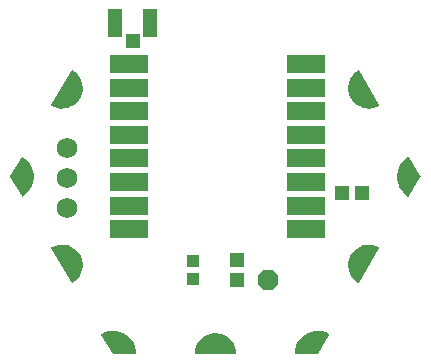
<source format=gbr>
G04 EAGLE Gerber RS-274X export*
G75*
%MOMM*%
%FSLAX34Y34*%
%LPD*%
%INSoldermask Top*%
%IPPOS*%
%AMOC8*
5,1,8,0,0,1.08239X$1,22.5*%
G01*
%ADD10R,1.003200X1.003200*%
%ADD11P,1.869504X8X112.500000*%
%ADD12R,1.203200X1.303200*%
%ADD13C,1.727200*%
%ADD14C,1.203200*%
%ADD15R,3.203200X1.603200*%
%ADD16R,1.253200X2.403200*%
%ADD17R,1.253200X1.253200*%

G36*
X17029Y319D02*
X17029Y319D01*
X17058Y317D01*
X17125Y339D01*
X17195Y353D01*
X17219Y369D01*
X17247Y378D01*
X17300Y425D01*
X17359Y465D01*
X17375Y490D01*
X17397Y509D01*
X17428Y573D01*
X17466Y633D01*
X17471Y662D01*
X17483Y688D01*
X17492Y787D01*
X17499Y829D01*
X17496Y840D01*
X17498Y854D01*
X17266Y3652D01*
X17256Y3685D01*
X17252Y3733D01*
X16563Y6455D01*
X16548Y6486D01*
X16536Y6533D01*
X15408Y9104D01*
X15388Y9132D01*
X15369Y9177D01*
X13833Y11527D01*
X13809Y11552D01*
X13783Y11592D01*
X11881Y13658D01*
X11853Y13678D01*
X11820Y13714D01*
X9605Y15438D01*
X9574Y15454D01*
X9536Y15483D01*
X7066Y16820D01*
X7033Y16830D01*
X6991Y16853D01*
X5805Y17260D01*
X4351Y17759D01*
X4335Y17765D01*
X4301Y17769D01*
X4255Y17785D01*
X1486Y18247D01*
X1451Y18246D01*
X1404Y18254D01*
X-1404Y18254D01*
X-1438Y18247D01*
X-1486Y18247D01*
X-4255Y17785D01*
X-4288Y17772D01*
X-4335Y17765D01*
X-6991Y16853D01*
X-7021Y16835D01*
X-7066Y16820D01*
X-9536Y15483D01*
X-9562Y15461D01*
X-9605Y15438D01*
X-11820Y13714D01*
X-11843Y13687D01*
X-11881Y13658D01*
X-13783Y11592D01*
X-13801Y11563D01*
X-13833Y11527D01*
X-15369Y9177D01*
X-15382Y9144D01*
X-15408Y9104D01*
X-16536Y6533D01*
X-16543Y6499D01*
X-16546Y6493D01*
X-16552Y6484D01*
X-16553Y6478D01*
X-16563Y6455D01*
X-17252Y3733D01*
X-17254Y3698D01*
X-17266Y3652D01*
X-17498Y854D01*
X-17494Y825D01*
X-17499Y796D01*
X-17483Y727D01*
X-17474Y656D01*
X-17460Y631D01*
X-17453Y603D01*
X-17411Y545D01*
X-17376Y484D01*
X-17352Y466D01*
X-17335Y442D01*
X-17274Y406D01*
X-17217Y363D01*
X-17189Y356D01*
X-17164Y341D01*
X-17066Y324D01*
X-17025Y314D01*
X-17014Y316D01*
X-17000Y313D01*
X17000Y313D01*
X17029Y319D01*
G37*
G36*
X-121393Y60622D02*
X-121393Y60622D01*
X-121322Y60619D01*
X-121295Y60630D01*
X-121266Y60632D01*
X-121176Y60674D01*
X-121136Y60689D01*
X-121128Y60697D01*
X-121115Y60702D01*
X-118812Y62302D01*
X-118788Y62327D01*
X-118748Y62354D01*
X-116739Y64311D01*
X-116720Y64340D01*
X-116685Y64374D01*
X-115026Y66634D01*
X-115011Y66666D01*
X-114982Y66705D01*
X-113718Y69208D01*
X-113709Y69241D01*
X-113687Y69284D01*
X-112851Y71961D01*
X-112848Y71996D01*
X-112833Y72042D01*
X-112450Y74820D01*
X-112452Y74855D01*
X-112446Y74902D01*
X-112525Y77706D01*
X-112533Y77740D01*
X-112534Y77788D01*
X-113073Y80540D01*
X-113087Y80572D01*
X-113096Y80619D01*
X-114081Y83245D01*
X-114096Y83270D01*
X-114101Y83289D01*
X-114109Y83300D01*
X-114116Y83319D01*
X-115520Y85747D01*
X-115543Y85773D01*
X-115567Y85815D01*
X-117351Y87979D01*
X-117378Y88000D01*
X-117409Y88038D01*
X-119525Y89878D01*
X-119555Y89895D01*
X-119591Y89927D01*
X-121982Y91394D01*
X-122014Y91406D01*
X-122055Y91431D01*
X-124654Y92485D01*
X-124688Y92491D01*
X-124733Y92509D01*
X-127470Y93121D01*
X-127505Y93122D01*
X-127552Y93132D01*
X-130352Y93285D01*
X-130386Y93280D01*
X-130434Y93283D01*
X-133222Y92972D01*
X-133255Y92962D01*
X-133303Y92956D01*
X-136001Y92191D01*
X-136031Y92176D01*
X-136078Y92162D01*
X-138613Y90964D01*
X-138637Y90946D01*
X-138664Y90936D01*
X-138716Y90887D01*
X-138773Y90845D01*
X-138787Y90820D01*
X-138809Y90800D01*
X-138837Y90734D01*
X-138873Y90673D01*
X-138876Y90644D01*
X-138888Y90617D01*
X-138889Y90546D01*
X-138898Y90476D01*
X-138890Y90448D01*
X-138890Y90418D01*
X-138856Y90326D01*
X-138844Y90284D01*
X-138837Y90276D01*
X-138832Y90263D01*
X-121832Y60863D01*
X-121813Y60841D01*
X-121800Y60814D01*
X-121747Y60767D01*
X-121700Y60714D01*
X-121674Y60701D01*
X-121652Y60682D01*
X-121585Y60659D01*
X-121521Y60628D01*
X-121492Y60627D01*
X-121464Y60617D01*
X-121393Y60622D01*
G37*
G36*
X130386Y208345D02*
X130386Y208345D01*
X130434Y208343D01*
X133222Y208653D01*
X133255Y208663D01*
X133303Y208669D01*
X136001Y209434D01*
X136031Y209450D01*
X136078Y209463D01*
X138613Y210661D01*
X138637Y210679D01*
X138664Y210689D01*
X138716Y210738D01*
X138773Y210780D01*
X138787Y210805D01*
X138809Y210825D01*
X138837Y210891D01*
X138873Y210952D01*
X138876Y210981D01*
X138888Y211008D01*
X138889Y211079D01*
X138898Y211149D01*
X138890Y211177D01*
X138890Y211207D01*
X138856Y211299D01*
X138844Y211341D01*
X138837Y211350D01*
X138832Y211362D01*
X121832Y240762D01*
X121813Y240784D01*
X121800Y240811D01*
X121747Y240858D01*
X121700Y240911D01*
X121674Y240924D01*
X121652Y240943D01*
X121585Y240966D01*
X121521Y240997D01*
X121492Y240998D01*
X121464Y241008D01*
X121393Y241003D01*
X121322Y241006D01*
X121295Y240995D01*
X121266Y240993D01*
X121176Y240951D01*
X121136Y240936D01*
X121128Y240929D01*
X121115Y240923D01*
X118812Y239323D01*
X118788Y239298D01*
X118748Y239271D01*
X116739Y237314D01*
X116720Y237285D01*
X116685Y237251D01*
X115026Y234991D01*
X115011Y234959D01*
X114982Y234920D01*
X113718Y232417D01*
X113709Y232384D01*
X113687Y232341D01*
X112851Y229664D01*
X112848Y229629D01*
X112833Y229583D01*
X112450Y226805D01*
X112452Y226770D01*
X112446Y226723D01*
X112525Y223919D01*
X112533Y223885D01*
X112534Y223837D01*
X113073Y221085D01*
X113087Y221053D01*
X113096Y221006D01*
X114081Y218380D01*
X114099Y218351D01*
X114116Y218306D01*
X115520Y215878D01*
X115543Y215852D01*
X115567Y215810D01*
X117351Y213646D01*
X117378Y213625D01*
X117409Y213587D01*
X119525Y211747D01*
X119555Y211730D01*
X119591Y211698D01*
X121982Y210231D01*
X122014Y210219D01*
X122055Y210194D01*
X124654Y209140D01*
X124688Y209134D01*
X124733Y209116D01*
X127470Y208504D01*
X127505Y208503D01*
X127552Y208493D01*
X130352Y208340D01*
X130386Y208345D01*
G37*
G36*
X121426Y60623D02*
X121426Y60623D01*
X121497Y60623D01*
X121524Y60634D01*
X121553Y60637D01*
X121615Y60672D01*
X121680Y60699D01*
X121701Y60720D01*
X121726Y60734D01*
X121789Y60811D01*
X121819Y60841D01*
X121823Y60852D01*
X121832Y60863D01*
X138832Y90263D01*
X138841Y90290D01*
X138858Y90314D01*
X138873Y90384D01*
X138895Y90451D01*
X138893Y90480D01*
X138899Y90509D01*
X138886Y90579D01*
X138880Y90649D01*
X138867Y90675D01*
X138861Y90704D01*
X138821Y90763D01*
X138789Y90826D01*
X138766Y90845D01*
X138750Y90869D01*
X138668Y90926D01*
X138635Y90953D01*
X138625Y90956D01*
X138613Y90964D01*
X136078Y92162D01*
X136044Y92171D01*
X136001Y92191D01*
X133303Y92956D01*
X133268Y92959D01*
X133222Y92972D01*
X130434Y93283D01*
X130400Y93279D01*
X130352Y93285D01*
X127552Y93132D01*
X127518Y93123D01*
X127470Y93121D01*
X124733Y92509D01*
X124701Y92495D01*
X124654Y92485D01*
X122055Y91431D01*
X122026Y91412D01*
X121982Y91394D01*
X119591Y89927D01*
X119566Y89903D01*
X119525Y89878D01*
X117409Y88038D01*
X117388Y88010D01*
X117351Y87979D01*
X115567Y85815D01*
X115551Y85784D01*
X115520Y85747D01*
X114116Y83319D01*
X114105Y83287D01*
X114098Y83274D01*
X114088Y83259D01*
X114088Y83257D01*
X114081Y83245D01*
X113096Y80619D01*
X113090Y80585D01*
X113073Y80540D01*
X112534Y77788D01*
X112534Y77753D01*
X112525Y77706D01*
X112446Y74902D01*
X112452Y74868D01*
X112450Y74820D01*
X112833Y72042D01*
X112845Y72009D01*
X112851Y71961D01*
X113687Y69284D01*
X113704Y69254D01*
X113718Y69208D01*
X114982Y66705D01*
X115004Y66677D01*
X115026Y66634D01*
X116685Y64374D01*
X116711Y64350D01*
X116739Y64311D01*
X118748Y62354D01*
X118777Y62336D01*
X118812Y62302D01*
X121115Y60702D01*
X121142Y60691D01*
X121165Y60672D01*
X121233Y60652D01*
X121298Y60624D01*
X121327Y60624D01*
X121355Y60615D01*
X121426Y60623D01*
G37*
G36*
X-127552Y208493D02*
X-127552Y208493D01*
X-127518Y208502D01*
X-127470Y208504D01*
X-124733Y209116D01*
X-124701Y209130D01*
X-124654Y209140D01*
X-122055Y210194D01*
X-122026Y210213D01*
X-121982Y210231D01*
X-119591Y211698D01*
X-119566Y211722D01*
X-119525Y211747D01*
X-117409Y213587D01*
X-117388Y213615D01*
X-117351Y213646D01*
X-115567Y215810D01*
X-115551Y215841D01*
X-115520Y215878D01*
X-114116Y218306D01*
X-114105Y218338D01*
X-114081Y218380D01*
X-113096Y221006D01*
X-113090Y221040D01*
X-113073Y221085D01*
X-112534Y223837D01*
X-112534Y223872D01*
X-112525Y223919D01*
X-112446Y226723D01*
X-112452Y226757D01*
X-112450Y226805D01*
X-112833Y229583D01*
X-112845Y229616D01*
X-112851Y229664D01*
X-113687Y232341D01*
X-113704Y232371D01*
X-113718Y232417D01*
X-114982Y234920D01*
X-115004Y234948D01*
X-115026Y234991D01*
X-116685Y237251D01*
X-116711Y237275D01*
X-116739Y237314D01*
X-118748Y239271D01*
X-118777Y239289D01*
X-118812Y239323D01*
X-121115Y240923D01*
X-121142Y240934D01*
X-121165Y240953D01*
X-121233Y240973D01*
X-121298Y241001D01*
X-121327Y241001D01*
X-121355Y241010D01*
X-121426Y241002D01*
X-121497Y241002D01*
X-121524Y240991D01*
X-121553Y240988D01*
X-121615Y240953D01*
X-121680Y240926D01*
X-121701Y240905D01*
X-121726Y240891D01*
X-121789Y240814D01*
X-121819Y240784D01*
X-121823Y240773D01*
X-121832Y240762D01*
X-138832Y211362D01*
X-138841Y211335D01*
X-138858Y211311D01*
X-138873Y211241D01*
X-138895Y211174D01*
X-138893Y211145D01*
X-138899Y211116D01*
X-138886Y211046D01*
X-138880Y210976D01*
X-138867Y210950D01*
X-138861Y210921D01*
X-138821Y210862D01*
X-138789Y210799D01*
X-138766Y210780D01*
X-138750Y210756D01*
X-138668Y210699D01*
X-138635Y210672D01*
X-138625Y210669D01*
X-138613Y210661D01*
X-136078Y209463D01*
X-136044Y209454D01*
X-136001Y209434D01*
X-133303Y208669D01*
X-133268Y208666D01*
X-133222Y208653D01*
X-130434Y208343D01*
X-130400Y208346D01*
X-130352Y208340D01*
X-127552Y208493D01*
G37*
G36*
X163727Y133823D02*
X163727Y133823D01*
X163798Y133823D01*
X163825Y133834D01*
X163854Y133837D01*
X163916Y133873D01*
X163981Y133900D01*
X164002Y133921D01*
X164027Y133935D01*
X164090Y134012D01*
X164120Y134043D01*
X164124Y134053D01*
X164133Y134063D01*
X173633Y150563D01*
X173643Y150595D01*
X173652Y150608D01*
X173656Y150633D01*
X173657Y150636D01*
X173688Y150707D01*
X173688Y150730D01*
X173696Y150752D01*
X173690Y150829D01*
X173691Y150906D01*
X173681Y150930D01*
X173680Y150950D01*
X173659Y150990D01*
X173633Y151062D01*
X164133Y167562D01*
X164114Y167583D01*
X164101Y167610D01*
X164048Y167657D01*
X164001Y167711D01*
X163975Y167723D01*
X163954Y167743D01*
X163886Y167766D01*
X163822Y167797D01*
X163793Y167798D01*
X163766Y167807D01*
X163694Y167803D01*
X163623Y167806D01*
X163596Y167796D01*
X163567Y167794D01*
X163477Y167751D01*
X163437Y167737D01*
X163429Y167729D01*
X163416Y167723D01*
X160893Y165982D01*
X160869Y165957D01*
X160831Y165931D01*
X158619Y163807D01*
X158600Y163779D01*
X158566Y163747D01*
X156724Y161295D01*
X156710Y161265D01*
X156681Y161227D01*
X155256Y158512D01*
X155247Y158481D01*
X155231Y158456D01*
X155230Y158448D01*
X155225Y158439D01*
X154254Y155530D01*
X154250Y155496D01*
X154235Y155452D01*
X153743Y152426D01*
X153744Y152392D01*
X153736Y152346D01*
X153736Y149279D01*
X153737Y149276D01*
X153737Y149273D01*
X153743Y149247D01*
X153743Y149246D01*
X153743Y149199D01*
X154235Y146173D01*
X154247Y146141D01*
X154254Y146095D01*
X155225Y143186D01*
X155242Y143157D01*
X155256Y143113D01*
X156681Y140398D01*
X156703Y140371D01*
X156724Y140330D01*
X158566Y137878D01*
X158591Y137856D01*
X158619Y137818D01*
X160831Y135694D01*
X160859Y135676D01*
X160893Y135643D01*
X163416Y133902D01*
X163443Y133890D01*
X163465Y133872D01*
X163534Y133852D01*
X163599Y133824D01*
X163628Y133823D01*
X163656Y133815D01*
X163727Y133823D01*
G37*
G36*
X-163694Y133822D02*
X-163694Y133822D01*
X-163623Y133819D01*
X-163596Y133829D01*
X-163567Y133831D01*
X-163477Y133874D01*
X-163437Y133888D01*
X-163429Y133896D01*
X-163416Y133902D01*
X-160893Y135643D01*
X-160869Y135668D01*
X-160831Y135694D01*
X-158619Y137818D01*
X-158600Y137846D01*
X-158566Y137878D01*
X-156724Y140330D01*
X-156710Y140360D01*
X-156681Y140398D01*
X-155256Y143113D01*
X-155247Y143145D01*
X-155225Y143186D01*
X-154254Y146095D01*
X-154250Y146129D01*
X-154235Y146173D01*
X-153743Y149199D01*
X-153744Y149233D01*
X-153736Y149279D01*
X-153736Y152346D01*
X-153743Y152379D01*
X-153743Y152426D01*
X-154235Y155452D01*
X-154247Y155484D01*
X-154254Y155530D01*
X-155225Y158439D01*
X-155238Y158462D01*
X-155244Y158486D01*
X-155251Y158495D01*
X-155256Y158512D01*
X-156681Y161227D01*
X-156703Y161254D01*
X-156724Y161295D01*
X-158566Y163747D01*
X-158591Y163769D01*
X-158619Y163807D01*
X-160831Y165931D01*
X-160859Y165949D01*
X-160893Y165982D01*
X-163416Y167723D01*
X-163443Y167735D01*
X-163465Y167753D01*
X-163534Y167774D01*
X-163599Y167801D01*
X-163628Y167802D01*
X-163656Y167810D01*
X-163727Y167802D01*
X-163798Y167802D01*
X-163825Y167791D01*
X-163854Y167788D01*
X-163916Y167753D01*
X-163981Y167725D01*
X-164002Y167704D01*
X-164027Y167690D01*
X-164090Y167613D01*
X-164120Y167582D01*
X-164124Y167572D01*
X-164133Y167562D01*
X-173633Y151062D01*
X-173657Y150989D01*
X-173688Y150918D01*
X-173688Y150895D01*
X-173696Y150873D01*
X-173690Y150796D01*
X-173691Y150719D01*
X-173681Y150695D01*
X-173680Y150675D01*
X-173659Y150635D01*
X-173640Y150583D01*
X-173639Y150578D01*
X-173637Y150576D01*
X-173633Y150563D01*
X-164133Y134063D01*
X-164114Y134042D01*
X-164101Y134015D01*
X-164048Y133968D01*
X-164001Y133914D01*
X-163975Y133902D01*
X-163954Y133882D01*
X-163886Y133859D01*
X-163822Y133828D01*
X-163793Y133827D01*
X-163766Y133818D01*
X-163694Y133822D01*
G37*
G36*
X86676Y329D02*
X86676Y329D01*
X86754Y337D01*
X86773Y348D01*
X86795Y353D01*
X86859Y397D01*
X86927Y435D01*
X86943Y454D01*
X86959Y465D01*
X86983Y503D01*
X87033Y563D01*
X96533Y17063D01*
X96542Y17091D01*
X96558Y17114D01*
X96573Y17184D01*
X96596Y17252D01*
X96593Y17281D01*
X96599Y17309D01*
X96586Y17379D01*
X96580Y17450D01*
X96567Y17476D01*
X96561Y17504D01*
X96521Y17563D01*
X96488Y17627D01*
X96466Y17645D01*
X96450Y17669D01*
X96367Y17726D01*
X96335Y17753D01*
X96324Y17756D01*
X96314Y17764D01*
X93548Y19072D01*
X93515Y19080D01*
X93472Y19101D01*
X90532Y19948D01*
X90498Y19951D01*
X90454Y19964D01*
X87416Y20330D01*
X87382Y20327D01*
X87335Y20333D01*
X84278Y20206D01*
X84245Y20198D01*
X84198Y20196D01*
X81201Y19580D01*
X81170Y19567D01*
X81124Y19558D01*
X78264Y18470D01*
X78236Y18451D01*
X78192Y18435D01*
X75544Y16902D01*
X75518Y16879D01*
X75478Y16856D01*
X73110Y14918D01*
X73088Y14892D01*
X73052Y14862D01*
X71025Y12570D01*
X71009Y12540D01*
X70977Y12505D01*
X69345Y9917D01*
X69333Y9886D01*
X69308Y9846D01*
X68112Y7030D01*
X68105Y6996D01*
X68102Y6990D01*
X68098Y6983D01*
X68097Y6978D01*
X68086Y6953D01*
X67358Y3982D01*
X67356Y3948D01*
X67345Y3902D01*
X67102Y852D01*
X67106Y824D01*
X67101Y796D01*
X67118Y726D01*
X67126Y655D01*
X67141Y630D01*
X67147Y603D01*
X67190Y545D01*
X67226Y482D01*
X67248Y465D01*
X67265Y442D01*
X67327Y406D01*
X67384Y362D01*
X67412Y355D01*
X67436Y341D01*
X67536Y324D01*
X67577Y314D01*
X67587Y315D01*
X67600Y313D01*
X86600Y313D01*
X86676Y329D01*
G37*
G36*
X-67572Y319D02*
X-67572Y319D01*
X-67544Y316D01*
X-67476Y339D01*
X-67405Y353D01*
X-67382Y369D01*
X-67355Y378D01*
X-67300Y425D01*
X-67241Y465D01*
X-67226Y489D01*
X-67205Y508D01*
X-67173Y572D01*
X-67134Y633D01*
X-67129Y661D01*
X-67117Y686D01*
X-67108Y788D01*
X-67101Y829D01*
X-67103Y839D01*
X-67102Y852D01*
X-67345Y3902D01*
X-67354Y3935D01*
X-67358Y3982D01*
X-68086Y6953D01*
X-68101Y6984D01*
X-68112Y7030D01*
X-69308Y9846D01*
X-69327Y9874D01*
X-69345Y9917D01*
X-70977Y12505D01*
X-71001Y12530D01*
X-71025Y12570D01*
X-73052Y14862D01*
X-73079Y14883D01*
X-73110Y14918D01*
X-75478Y16856D01*
X-75508Y16872D01*
X-75544Y16902D01*
X-78192Y18435D01*
X-78224Y18446D01*
X-78264Y18470D01*
X-81124Y19558D01*
X-81157Y19564D01*
X-81201Y19580D01*
X-84198Y20196D01*
X-84232Y20196D01*
X-84278Y20206D01*
X-87335Y20333D01*
X-87369Y20327D01*
X-87416Y20330D01*
X-90454Y19964D01*
X-90486Y19954D01*
X-90532Y19948D01*
X-93472Y19101D01*
X-93502Y19085D01*
X-93548Y19072D01*
X-96314Y17764D01*
X-96336Y17747D01*
X-96363Y17737D01*
X-96415Y17688D01*
X-96473Y17645D01*
X-96487Y17620D01*
X-96508Y17600D01*
X-96537Y17535D01*
X-96573Y17473D01*
X-96576Y17445D01*
X-96588Y17418D01*
X-96589Y17346D01*
X-96598Y17276D01*
X-96590Y17248D01*
X-96591Y17219D01*
X-96555Y17125D01*
X-96544Y17084D01*
X-96537Y17076D01*
X-96533Y17063D01*
X-87033Y563D01*
X-86981Y505D01*
X-86935Y442D01*
X-86916Y431D01*
X-86901Y414D01*
X-86831Y381D01*
X-86764Y341D01*
X-86740Y337D01*
X-86722Y328D01*
X-86677Y326D01*
X-86600Y313D01*
X-67600Y313D01*
X-67572Y319D01*
G37*
D10*
X-19050Y63938D03*
X-19050Y78938D03*
D11*
X44450Y63500D03*
D12*
X107388Y136525D03*
X124388Y136525D03*
X18603Y63576D03*
X18603Y80576D03*
D13*
X-125413Y174625D03*
X-125413Y149225D03*
X-125413Y123825D03*
D14*
X165200Y150813D03*
X82600Y7713D03*
X-82600Y7713D03*
X-165200Y150813D03*
X123900Y222313D03*
X123900Y79313D03*
X0Y7713D03*
X-123900Y79313D03*
X-123900Y222313D03*
D15*
X76588Y106213D03*
X76588Y126213D03*
X76588Y146213D03*
X76588Y166213D03*
X76588Y186213D03*
X76588Y206213D03*
X76588Y226213D03*
X76588Y246213D03*
X-73413Y246213D03*
X-73413Y226213D03*
X-73413Y206213D03*
X-73413Y186213D03*
X-73413Y166213D03*
X-73413Y146213D03*
X-73413Y126213D03*
X-73413Y106213D03*
D16*
X-55100Y280988D03*
X-84600Y280988D03*
D17*
X-69850Y265738D03*
M02*

</source>
